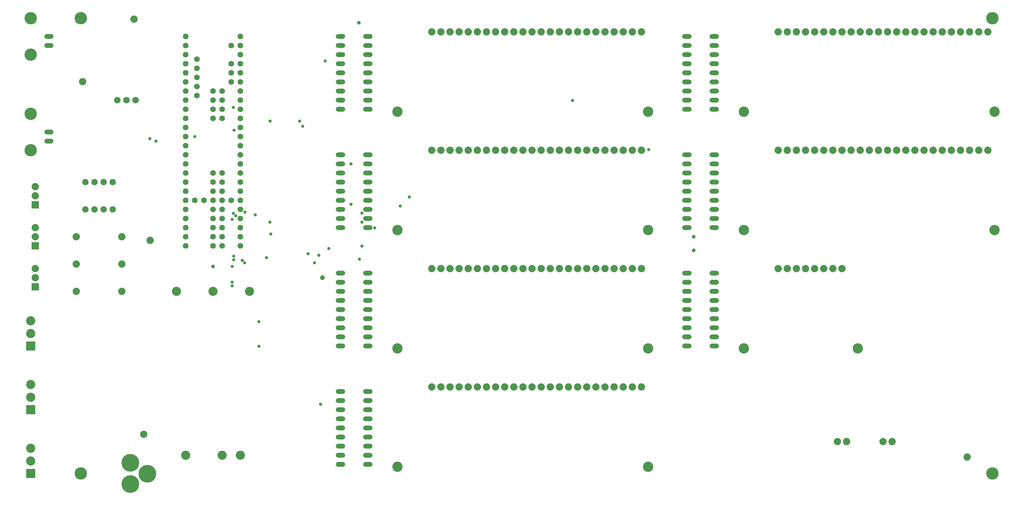
<source format=gbs>
G04 EAGLE Gerber X2 export*
%TF.Part,Single*%
%TF.FileFunction,Other,Bottom Soldermask*%
%TF.FilePolarity,Positive*%
%TF.GenerationSoftware,Autodesk,EAGLE,9.0.1*%
%TF.CreationDate,2018-06-24T20:08:20Z*%
G75*
%MOMM*%
%FSLAX34Y34*%
%LPD*%
%AMOC8*
5,1,8,0,0,1.08239X$1,22.5*%
G01*
%ADD10C,2.870200*%
%ADD11P,1.896997X8X202.500000*%
%ADD12C,4.952400*%
%ADD13C,1.371600*%
%ADD14C,1.828800*%
%ADD15C,1.358800*%
%ADD16C,3.452400*%
%ADD17C,2.552400*%
%ADD18R,2.032000X2.032000*%
%ADD19C,2.032000*%
%ADD20R,2.565400X2.565400*%
%ADD21C,2.565400*%
%ADD22C,3.454400*%
%ADD23C,1.600200*%
%ADD24C,1.320800*%
%ADD25C,1.066800*%
%ADD26C,0.914400*%


D10*
X1771650Y1073150D03*
X1073150Y1073150D03*
X1771650Y742950D03*
X1073150Y742950D03*
X1771650Y412750D03*
X1073150Y412750D03*
X1771650Y82550D03*
X1073150Y82550D03*
X2736850Y1073150D03*
X2038350Y1073150D03*
X2736850Y742950D03*
X2038350Y742950D03*
X2355850Y412750D03*
X2038350Y412750D03*
D11*
X279400Y876300D03*
X254000Y876300D03*
X228600Y876300D03*
X203200Y876300D03*
X203200Y800100D03*
X228600Y800100D03*
X254000Y800100D03*
X279400Y800100D03*
D12*
X376200Y62900D03*
X329200Y92900D03*
X329200Y33900D03*
D13*
X908304Y1282700D02*
X920496Y1282700D01*
X920496Y1257300D02*
X908304Y1257300D01*
X908304Y1130300D02*
X920496Y1130300D01*
X920496Y1104900D02*
X908304Y1104900D01*
X908304Y1231900D02*
X920496Y1231900D01*
X920496Y1206500D02*
X908304Y1206500D01*
X908304Y1155700D02*
X920496Y1155700D01*
X920496Y1181100D02*
X908304Y1181100D01*
X908304Y1079500D02*
X920496Y1079500D01*
X984504Y1079500D02*
X996696Y1079500D01*
X996696Y1104900D02*
X984504Y1104900D01*
X984504Y1130300D02*
X996696Y1130300D01*
X996696Y1155700D02*
X984504Y1155700D01*
X984504Y1181100D02*
X996696Y1181100D01*
X996696Y1206500D02*
X984504Y1206500D01*
X984504Y1231900D02*
X996696Y1231900D01*
X996696Y1257300D02*
X984504Y1257300D01*
X984504Y1282700D02*
X996696Y1282700D01*
D14*
X292100Y1104900D03*
X317500Y1104900D03*
X342900Y1104900D03*
D15*
X107632Y1257300D02*
X95568Y1257300D01*
X95568Y1282700D02*
X107632Y1282700D01*
D16*
X50800Y1231900D03*
X50800Y1333500D03*
D17*
X635000Y114300D03*
X584200Y114300D03*
X558800Y571500D03*
X457200Y571500D03*
X482600Y114300D03*
X660400Y571500D03*
D18*
X63500Y698500D03*
D19*
X63500Y723900D03*
X63500Y749300D03*
D18*
X63500Y584200D03*
D19*
X63500Y609600D03*
X63500Y635000D03*
D20*
X50800Y241300D03*
D21*
X50800Y276300D03*
X50800Y311300D03*
D20*
X50800Y419100D03*
D21*
X50800Y454100D03*
X50800Y489100D03*
D19*
X1168400Y1295400D03*
X1193800Y1295400D03*
X1219200Y1295400D03*
X1244600Y1295400D03*
X1270000Y1295400D03*
X1295400Y1295400D03*
X1320800Y1295400D03*
X1346200Y1295400D03*
X1371600Y1295400D03*
X1397000Y1295400D03*
X1422400Y1295400D03*
X1447800Y1295400D03*
X1473200Y1295400D03*
X1498600Y1295400D03*
X1524000Y1295400D03*
X1549400Y1295400D03*
X1574800Y1295400D03*
X1600200Y1295400D03*
X1625600Y1295400D03*
X1651000Y1295400D03*
X1676400Y1295400D03*
X1701800Y1295400D03*
X1727200Y1295400D03*
X1752600Y1295400D03*
D22*
X190500Y63500D03*
X190500Y1333500D03*
X2730500Y1333500D03*
X2730500Y63500D03*
D19*
X304800Y723900D03*
X177800Y723900D03*
X177800Y647700D03*
X304800Y647700D03*
X177800Y571500D03*
X304800Y571500D03*
X2660650Y109220D03*
X195580Y1156970D03*
X383540Y713740D03*
X339090Y1330960D03*
X365760Y172720D03*
D23*
X482600Y1282700D03*
X482600Y1257300D03*
X482600Y1231900D03*
X482600Y1206500D03*
X482600Y1181100D03*
X482600Y1155700D03*
X482600Y1130300D03*
X482600Y1104900D03*
X482600Y1079500D03*
X482600Y1054100D03*
X482600Y1028700D03*
X482600Y1003300D03*
X482600Y977900D03*
X482600Y952500D03*
X482600Y901700D03*
X482600Y876300D03*
X482600Y850900D03*
X482600Y825500D03*
X609600Y825500D03*
X635000Y952500D03*
X635000Y977900D03*
X635000Y1003300D03*
X635000Y1028700D03*
X635000Y1054100D03*
X635000Y1079500D03*
X635000Y1104900D03*
X635000Y1130300D03*
X635000Y1155700D03*
X635000Y1181100D03*
X635000Y1206500D03*
X635000Y1231900D03*
X635000Y1257300D03*
X635000Y1282700D03*
X609600Y1257300D03*
X609600Y1206500D03*
X609600Y1181100D03*
X609600Y1155700D03*
X514350Y1117600D03*
X482600Y927100D03*
X514350Y1168400D03*
X514350Y1219200D03*
X558800Y1054100D03*
X558800Y1079500D03*
X514350Y1143000D03*
X514350Y1193800D03*
X584200Y1054100D03*
X584200Y1079500D03*
X584200Y1104900D03*
X584200Y1130300D03*
X558800Y1104900D03*
X558800Y1130300D03*
X508000Y825500D03*
X635000Y825500D03*
X635000Y850900D03*
X635000Y876300D03*
X635000Y901700D03*
X635000Y927100D03*
X533400Y825500D03*
X558800Y825500D03*
X584200Y825500D03*
X482600Y800100D03*
X482600Y774700D03*
X482600Y749300D03*
X482600Y723900D03*
X482600Y698500D03*
X635000Y698500D03*
X635000Y800100D03*
X635000Y774700D03*
X635000Y749300D03*
X635000Y723900D03*
X558800Y850900D03*
X558800Y876300D03*
X558800Y901700D03*
X584200Y901700D03*
X584200Y876300D03*
X584200Y850900D03*
X558800Y800100D03*
X558800Y774700D03*
X558800Y749300D03*
X558800Y723900D03*
X558800Y698500D03*
X584200Y800100D03*
X584200Y774700D03*
X584200Y749300D03*
X584200Y723900D03*
X584200Y698500D03*
D15*
X107632Y990600D02*
X95568Y990600D01*
X95568Y1016000D02*
X107632Y1016000D01*
D16*
X50800Y965200D03*
X50800Y1066800D03*
D13*
X908304Y952500D02*
X920496Y952500D01*
X920496Y927100D02*
X908304Y927100D01*
X908304Y800100D02*
X920496Y800100D01*
X920496Y774700D02*
X908304Y774700D01*
X908304Y901700D02*
X920496Y901700D01*
X920496Y876300D02*
X908304Y876300D01*
X908304Y825500D02*
X920496Y825500D01*
X920496Y850900D02*
X908304Y850900D01*
X908304Y749300D02*
X920496Y749300D01*
X984504Y749300D02*
X996696Y749300D01*
X996696Y774700D02*
X984504Y774700D01*
X984504Y800100D02*
X996696Y800100D01*
X996696Y825500D02*
X984504Y825500D01*
X984504Y850900D02*
X996696Y850900D01*
X996696Y876300D02*
X984504Y876300D01*
X984504Y901700D02*
X996696Y901700D01*
X996696Y927100D02*
X984504Y927100D01*
X984504Y952500D02*
X996696Y952500D01*
D19*
X1168400Y965200D03*
X1193800Y965200D03*
X1219200Y965200D03*
X1244600Y965200D03*
X1270000Y965200D03*
X1295400Y965200D03*
X1320800Y965200D03*
X1346200Y965200D03*
X1371600Y965200D03*
X1397000Y965200D03*
X1422400Y965200D03*
X1447800Y965200D03*
X1473200Y965200D03*
X1498600Y965200D03*
X1524000Y965200D03*
X1549400Y965200D03*
X1574800Y965200D03*
X1600200Y965200D03*
X1625600Y965200D03*
X1651000Y965200D03*
X1676400Y965200D03*
X1701800Y965200D03*
X1727200Y965200D03*
X1752600Y965200D03*
D13*
X920496Y622300D02*
X908304Y622300D01*
X908304Y596900D02*
X920496Y596900D01*
X920496Y469900D02*
X908304Y469900D01*
X908304Y444500D02*
X920496Y444500D01*
X920496Y571500D02*
X908304Y571500D01*
X908304Y546100D02*
X920496Y546100D01*
X920496Y495300D02*
X908304Y495300D01*
X908304Y520700D02*
X920496Y520700D01*
X920496Y419100D02*
X908304Y419100D01*
X984504Y419100D02*
X996696Y419100D01*
X996696Y444500D02*
X984504Y444500D01*
X984504Y469900D02*
X996696Y469900D01*
X996696Y495300D02*
X984504Y495300D01*
X984504Y520700D02*
X996696Y520700D01*
X996696Y546100D02*
X984504Y546100D01*
X984504Y571500D02*
X996696Y571500D01*
X996696Y596900D02*
X984504Y596900D01*
X984504Y622300D02*
X996696Y622300D01*
D19*
X1168400Y635000D03*
X1193800Y635000D03*
X1219200Y635000D03*
X1244600Y635000D03*
X1270000Y635000D03*
X1295400Y635000D03*
X1320800Y635000D03*
X1346200Y635000D03*
X1371600Y635000D03*
X1397000Y635000D03*
X1422400Y635000D03*
X1447800Y635000D03*
X1473200Y635000D03*
X1498600Y635000D03*
X1524000Y635000D03*
X1549400Y635000D03*
X1574800Y635000D03*
X1600200Y635000D03*
X1625600Y635000D03*
X1651000Y635000D03*
X1676400Y635000D03*
X1701800Y635000D03*
X1727200Y635000D03*
X1752600Y635000D03*
D13*
X920496Y292100D02*
X908304Y292100D01*
X908304Y266700D02*
X920496Y266700D01*
X920496Y139700D02*
X908304Y139700D01*
X908304Y114300D02*
X920496Y114300D01*
X920496Y241300D02*
X908304Y241300D01*
X908304Y215900D02*
X920496Y215900D01*
X920496Y165100D02*
X908304Y165100D01*
X908304Y190500D02*
X920496Y190500D01*
X920496Y88900D02*
X908304Y88900D01*
X984504Y88900D02*
X996696Y88900D01*
X996696Y114300D02*
X984504Y114300D01*
X984504Y139700D02*
X996696Y139700D01*
X996696Y165100D02*
X984504Y165100D01*
X984504Y190500D02*
X996696Y190500D01*
X996696Y215900D02*
X984504Y215900D01*
X984504Y241300D02*
X996696Y241300D01*
X996696Y266700D02*
X984504Y266700D01*
X984504Y292100D02*
X996696Y292100D01*
D19*
X1168400Y304800D03*
X1193800Y304800D03*
X1219200Y304800D03*
X1244600Y304800D03*
X1270000Y304800D03*
X1295400Y304800D03*
X1320800Y304800D03*
X1346200Y304800D03*
X1371600Y304800D03*
X1397000Y304800D03*
X1422400Y304800D03*
X1447800Y304800D03*
X1473200Y304800D03*
X1498600Y304800D03*
X1524000Y304800D03*
X1549400Y304800D03*
X1574800Y304800D03*
X1600200Y304800D03*
X1625600Y304800D03*
X1651000Y304800D03*
X1676400Y304800D03*
X1701800Y304800D03*
X1727200Y304800D03*
X1752600Y304800D03*
D13*
X1873504Y1282700D02*
X1885696Y1282700D01*
X1885696Y1257300D02*
X1873504Y1257300D01*
X1873504Y1130300D02*
X1885696Y1130300D01*
X1885696Y1104900D02*
X1873504Y1104900D01*
X1873504Y1231900D02*
X1885696Y1231900D01*
X1885696Y1206500D02*
X1873504Y1206500D01*
X1873504Y1155700D02*
X1885696Y1155700D01*
X1885696Y1181100D02*
X1873504Y1181100D01*
X1873504Y1079500D02*
X1885696Y1079500D01*
X1949704Y1079500D02*
X1961896Y1079500D01*
X1961896Y1104900D02*
X1949704Y1104900D01*
X1949704Y1130300D02*
X1961896Y1130300D01*
X1961896Y1155700D02*
X1949704Y1155700D01*
X1949704Y1181100D02*
X1961896Y1181100D01*
X1961896Y1206500D02*
X1949704Y1206500D01*
X1949704Y1231900D02*
X1961896Y1231900D01*
X1961896Y1257300D02*
X1949704Y1257300D01*
X1949704Y1282700D02*
X1961896Y1282700D01*
D19*
X2133600Y1295400D03*
X2159000Y1295400D03*
X2184400Y1295400D03*
X2209800Y1295400D03*
X2235200Y1295400D03*
X2260600Y1295400D03*
X2286000Y1295400D03*
X2311400Y1295400D03*
X2336800Y1295400D03*
X2362200Y1295400D03*
X2387600Y1295400D03*
X2413000Y1295400D03*
X2438400Y1295400D03*
X2463800Y1295400D03*
X2489200Y1295400D03*
X2514600Y1295400D03*
X2540000Y1295400D03*
X2565400Y1295400D03*
X2590800Y1295400D03*
X2616200Y1295400D03*
X2641600Y1295400D03*
X2667000Y1295400D03*
X2692400Y1295400D03*
X2717800Y1295400D03*
D13*
X1885696Y952500D02*
X1873504Y952500D01*
X1873504Y927100D02*
X1885696Y927100D01*
X1885696Y800100D02*
X1873504Y800100D01*
X1873504Y774700D02*
X1885696Y774700D01*
X1885696Y901700D02*
X1873504Y901700D01*
X1873504Y876300D02*
X1885696Y876300D01*
X1885696Y825500D02*
X1873504Y825500D01*
X1873504Y850900D02*
X1885696Y850900D01*
X1885696Y749300D02*
X1873504Y749300D01*
X1949704Y749300D02*
X1961896Y749300D01*
X1961896Y774700D02*
X1949704Y774700D01*
X1949704Y800100D02*
X1961896Y800100D01*
X1961896Y825500D02*
X1949704Y825500D01*
X1949704Y850900D02*
X1961896Y850900D01*
X1961896Y876300D02*
X1949704Y876300D01*
X1949704Y901700D02*
X1961896Y901700D01*
X1961896Y927100D02*
X1949704Y927100D01*
X1949704Y952500D02*
X1961896Y952500D01*
D19*
X2133600Y965200D03*
X2159000Y965200D03*
X2184400Y965200D03*
X2209800Y965200D03*
X2235200Y965200D03*
X2260600Y965200D03*
X2286000Y965200D03*
X2311400Y965200D03*
X2336800Y965200D03*
X2362200Y965200D03*
X2387600Y965200D03*
X2413000Y965200D03*
X2438400Y965200D03*
X2463800Y965200D03*
X2489200Y965200D03*
X2514600Y965200D03*
X2540000Y965200D03*
X2565400Y965200D03*
X2590800Y965200D03*
X2616200Y965200D03*
X2641600Y965200D03*
X2667000Y965200D03*
X2692400Y965200D03*
X2717800Y965200D03*
D13*
X1885696Y622300D02*
X1873504Y622300D01*
X1873504Y596900D02*
X1885696Y596900D01*
X1885696Y469900D02*
X1873504Y469900D01*
X1873504Y444500D02*
X1885696Y444500D01*
X1885696Y571500D02*
X1873504Y571500D01*
X1873504Y546100D02*
X1885696Y546100D01*
X1885696Y495300D02*
X1873504Y495300D01*
X1873504Y520700D02*
X1885696Y520700D01*
X1885696Y419100D02*
X1873504Y419100D01*
X1949704Y419100D02*
X1961896Y419100D01*
X1961896Y444500D02*
X1949704Y444500D01*
X1949704Y469900D02*
X1961896Y469900D01*
X1961896Y495300D02*
X1949704Y495300D01*
X1949704Y520700D02*
X1961896Y520700D01*
X1961896Y546100D02*
X1949704Y546100D01*
X1949704Y571500D02*
X1961896Y571500D01*
X1961896Y596900D02*
X1949704Y596900D01*
X1949704Y622300D02*
X1961896Y622300D01*
D19*
X2298700Y152400D03*
X2324100Y152400D03*
X2425700Y152400D03*
X2451100Y152400D03*
X2133600Y635000D03*
X2159000Y635000D03*
X2184400Y635000D03*
X2209800Y635000D03*
X2235200Y635000D03*
X2260600Y635000D03*
X2286000Y635000D03*
X2311400Y635000D03*
D18*
X63500Y812800D03*
D19*
X63500Y838200D03*
X63500Y863600D03*
D20*
X50800Y63500D03*
D21*
X50800Y98500D03*
X50800Y133500D03*
D24*
X863600Y609600D03*
D25*
X558800Y641350D03*
X965200Y1320800D03*
D26*
X871728Y1214120D03*
X508000Y1003808D03*
X400304Y990600D03*
X943864Y814832D03*
X612648Y597408D03*
X612648Y641096D03*
X383032Y997712D03*
X615696Y1085088D03*
X974344Y765048D03*
X717296Y765048D03*
D25*
X1898904Y723900D03*
X1898904Y685800D03*
D26*
X881888Y690880D03*
X842264Y651256D03*
X647192Y651256D03*
X616712Y659384D03*
X708152Y665480D03*
X1560576Y1104392D03*
X967232Y661416D03*
X640080Y658368D03*
X616712Y669544D03*
X1772920Y967232D03*
X676656Y785368D03*
X622808Y782320D03*
X612648Y772160D03*
X943864Y927608D03*
X808736Y1032256D03*
X617728Y1021080D03*
X1081024Y809752D03*
X974344Y697992D03*
X1106424Y835152D03*
X853440Y672592D03*
X823976Y676656D03*
X1009904Y748792D03*
X648208Y792480D03*
X615696Y789432D03*
X858520Y257048D03*
X686816Y486664D03*
X612648Y587248D03*
X686816Y418592D03*
X720344Y731520D03*
X974344Y790448D03*
X800608Y1046480D03*
X718312Y1046480D03*
M02*

</source>
